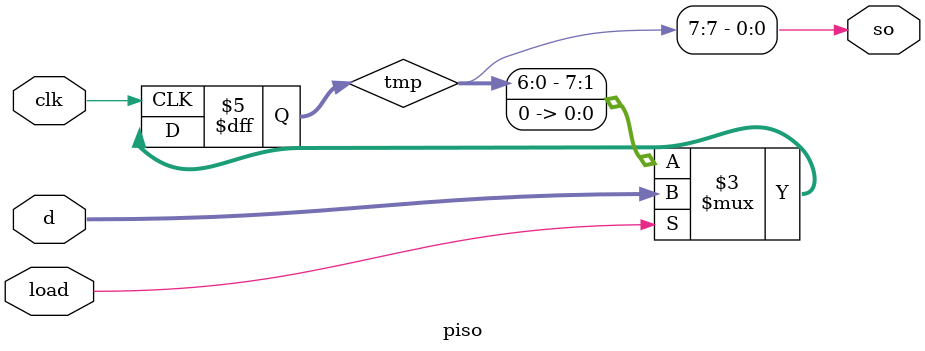
<source format=v>

module piso(clk, d, load, so);
input load, clk;
input [7:0] d;
output so;
reg [7:0] tmp;

always @(posedge clk)
begin
    if(load)
        tmp = d;
    else
        tmp = {tmp[6:0], 1'b0};
end

assign so = tmp[7];
endmodule
</source>
